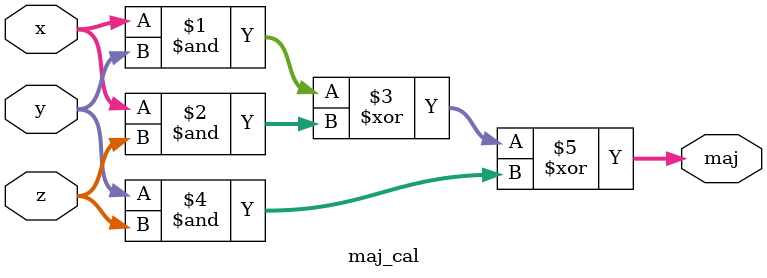
<source format=v>
`define Maj(x, y, z) ((x & y) ^ (x & z) ^ (y & z))

module maj_cal(
        input [63:0] x,
        input [63:0] y,
        input [63:0] z,
        output wire [63:0] maj);

        assign maj =`Maj(x,y,z);

   
endmodule

</source>
